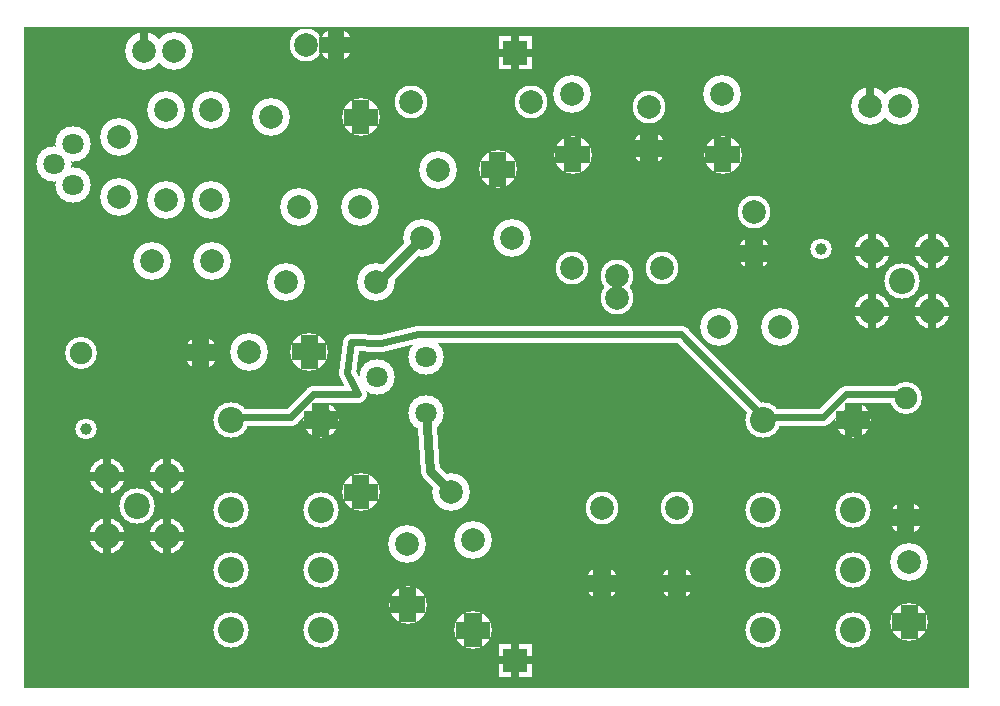
<source format=gbr>
%FSLAX34Y34*%
%MOMM*%
%LNCOPPER_TOP*%
G71*
G01*
%ADD10C,3.200*%
%ADD11C,3.000*%
%ADD12C,3.000*%
%ADD13C,2.800*%
%ADD14C,1.600*%
%ADD15C,2.800*%
%ADD16C,3.200*%
%ADD17C,2.700*%
%ADD18C,1.400*%
%ADD19C,1.800*%
%ADD20C,0.667*%
%ADD21C,0.813*%
%ADD22C,0.733*%
%ADD23C,1.453*%
%ADD24C,1.467*%
%ADD25C,2.230*%
%ADD26C,1.447*%
%ADD27C,1.360*%
%ADD28C,2.000*%
%ADD29C,1.800*%
%ADD30C,2.200*%
%ADD31C,0.800*%
%ADD32C,2.000*%
%ADD33C,3.000*%
%ADD34C,1.900*%
%ADD35C,0.600*%
%ADD36C,1.000*%
%LPD*%
G36*
X-540360Y204700D02*
X259640Y204700D01*
X259640Y-355300D01*
X-540360Y-355300D01*
X-540360Y204700D01*
G37*
%LPC*%
X-255134Y127889D02*
G54D10*
D03*
X-331384Y127939D02*
G54D10*
D03*
X-381000Y6350D02*
G54D10*
D03*
X-431980Y6238D02*
G54D10*
D03*
X99496Y-49930D02*
G54D10*
D03*
X48516Y-50043D02*
G54D10*
D03*
X176375Y137425D02*
G54D10*
D03*
X201875Y137425D02*
G54D10*
D03*
X-200000Y-74700D02*
G54D11*
D03*
X-241300Y-92275D02*
G54D11*
D03*
X-199965Y-122591D02*
G54D11*
D03*
X-469900Y-176200D02*
G54D12*
D03*
X-419100Y-176200D02*
G54D12*
D03*
X-444500Y-201600D02*
G54D12*
D03*
X-419100Y-227000D02*
G54D12*
D03*
X-469900Y-227000D02*
G54D12*
D03*
X-256103Y51669D02*
G54D10*
D03*
X-307084Y51557D02*
G54D10*
D03*
X-242434Y-11811D02*
G54D10*
D03*
X-318684Y-11761D02*
G54D10*
D03*
X-178934Y-189611D02*
G54D10*
D03*
X-255184Y-189561D02*
G54D10*
D03*
X-215564Y-233725D02*
G54D10*
D03*
X-215452Y-284706D02*
G54D10*
D03*
X-159972Y-306526D02*
G54D10*
D03*
X-159921Y-230276D02*
G54D10*
D03*
X51136Y147275D02*
G54D10*
D03*
X51248Y96294D02*
G54D10*
D03*
X-75864Y147275D02*
G54D10*
D03*
X-75752Y96294D02*
G54D10*
D03*
X-76200Y0D02*
G54D13*
D03*
X0Y0D02*
G54D13*
D03*
X-38100Y-25400D02*
G54D13*
D03*
X-11044Y101506D02*
G54D13*
D03*
X-11044Y136606D02*
G54D13*
D03*
X-50800Y-203200D02*
G54D13*
D03*
X12700Y-203200D02*
G54D13*
D03*
X12700Y-266700D02*
G54D13*
D03*
X-50800Y-266700D02*
G54D13*
D03*
X-126950Y25350D02*
G54D10*
D03*
X-203200Y25400D02*
G54D10*
D03*
G54D14*
X-178934Y-189611D02*
X-177800Y-190500D01*
X-196850Y-171450D01*
X-199965Y-122591D01*
X-255134Y127889D02*
G54D15*
D03*
X-215452Y-284706D02*
G54D15*
D03*
X-159972Y-306526D02*
G54D15*
D03*
X-288900Y-128551D02*
G54D15*
D03*
X-50800Y-266700D02*
G54D15*
D03*
X12700Y-266700D02*
G54D15*
D03*
G36*
X-138427Y196398D02*
X-110427Y196398D01*
X-110427Y168398D01*
X-138427Y168398D01*
X-138427Y196398D01*
G37*
X-511150Y-328700D02*
G54D16*
D03*
X-511150Y185650D02*
G54D16*
D03*
X238150Y185650D02*
G54D16*
D03*
X238150Y-328700D02*
G54D16*
D03*
X-111100Y141200D02*
G54D13*
D03*
X-212700Y141200D02*
G54D13*
D03*
X-139046Y83723D02*
G54D10*
D03*
X-190027Y83611D02*
G54D10*
D03*
X77856Y12606D02*
G54D13*
D03*
X77856Y47706D02*
G54D13*
D03*
X-365100Y-128551D02*
G54D12*
D03*
X-288900Y-128551D02*
G54D12*
D03*
X-365100Y-204751D02*
G54D12*
D03*
X-365100Y-255551D02*
G54D12*
D03*
X-365100Y-306351D02*
G54D12*
D03*
X-288900Y-204751D02*
G54D12*
D03*
X-288900Y-255551D02*
G54D12*
D03*
X-288900Y-306351D02*
G54D12*
D03*
X-390500Y-71400D02*
G54D17*
D03*
X-492100Y-71400D02*
G54D17*
D03*
X-298590Y-70575D02*
G54D10*
D03*
X-349570Y-70687D02*
G54D10*
D03*
X-390500Y-71400D02*
G54D13*
D03*
X-390500Y-71400D02*
G54D15*
D03*
X-298590Y-70575D02*
G54D15*
D03*
X177800Y14300D02*
G54D12*
D03*
X228600Y14300D02*
G54D12*
D03*
X203200Y-11100D02*
G54D12*
D03*
X228600Y-36500D02*
G54D12*
D03*
X177800Y-36500D02*
G54D12*
D03*
X85750Y-128551D02*
G54D12*
D03*
X161950Y-128551D02*
G54D12*
D03*
X85750Y-204751D02*
G54D12*
D03*
X85750Y-255551D02*
G54D12*
D03*
X85750Y-306351D02*
G54D12*
D03*
X161950Y-204751D02*
G54D12*
D03*
X161950Y-255551D02*
G54D12*
D03*
X161950Y-306351D02*
G54D12*
D03*
X206400Y-211100D02*
G54D17*
D03*
X206400Y-109500D02*
G54D17*
D03*
X209358Y-299493D02*
G54D10*
D03*
X209246Y-248512D02*
G54D10*
D03*
X-438941Y184372D02*
G54D10*
D03*
X-413441Y184372D02*
G54D10*
D03*
X206400Y-211100D02*
G54D15*
D03*
X209358Y-299493D02*
G54D15*
D03*
X51248Y96294D02*
G54D15*
D03*
X-11044Y101506D02*
G54D15*
D03*
X-75752Y96294D02*
G54D15*
D03*
X-139046Y83723D02*
G54D15*
D03*
X77856Y12606D02*
G54D15*
D03*
X-255184Y-189561D02*
G54D15*
D03*
X161950Y-128551D02*
G54D15*
D03*
G54D18*
X85750Y-128551D02*
X85750Y-125500D01*
X15900Y-55650D01*
X-206350Y-55650D01*
X-238100Y-63200D01*
X-263500Y-62000D01*
X-266700Y-88900D01*
X-257150Y-106450D01*
X-295250Y-106450D01*
X-314300Y-125500D01*
X-365100Y-125500D01*
X-365100Y-128551D01*
G54D18*
X206400Y-109500D02*
X206400Y-106450D01*
X155600Y-106450D01*
X136550Y-125500D01*
X85750Y-125500D01*
X85750Y-128551D01*
X-499041Y105521D02*
G54D11*
D03*
X-514941Y87946D02*
G54D11*
D03*
X-499006Y70330D02*
G54D11*
D03*
X-459655Y60456D02*
G54D10*
D03*
X-459767Y111437D02*
G54D10*
D03*
X-420308Y58048D02*
G54D10*
D03*
X-420258Y134298D02*
G54D10*
D03*
X-382208Y58048D02*
G54D10*
D03*
X-382158Y134298D02*
G54D10*
D03*
X-301600Y188949D02*
G54D13*
D03*
X-276200Y188949D02*
G54D13*
D03*
G36*
X-138427Y-317952D02*
X-110427Y-317952D01*
X-110427Y-345952D01*
X-138427Y-345952D01*
X-138427Y-317952D01*
G37*
X-38100Y-6350D02*
G54D13*
D03*
X134740Y16100D02*
G54D19*
D03*
G54D14*
X-203200Y25400D02*
X-241300Y-12700D01*
X-242434Y-11811D01*
X-487560Y-136300D02*
G54D19*
D03*
%LPD*%
G54D20*
G36*
X173042Y137425D02*
X173042Y153925D01*
X179708Y153925D01*
X179708Y137425D01*
X173042Y137425D01*
G37*
G54D21*
G54D22*
G36*
X-473567Y-176200D02*
X-473567Y-160700D01*
X-466233Y-160700D01*
X-466233Y-176200D01*
X-473567Y-176200D01*
G37*
G36*
X-469900Y-172533D02*
X-454400Y-172533D01*
X-454400Y-179867D01*
X-469900Y-179867D01*
X-469900Y-172533D01*
G37*
G36*
X-466233Y-176200D02*
X-466233Y-191700D01*
X-473567Y-191700D01*
X-473567Y-176200D01*
X-466233Y-176200D01*
G37*
G36*
X-469900Y-179867D02*
X-485400Y-179867D01*
X-485400Y-172533D01*
X-469900Y-172533D01*
X-469900Y-179867D01*
G37*
G54D22*
G36*
X-422767Y-176200D02*
X-422767Y-160700D01*
X-415433Y-160700D01*
X-415433Y-176200D01*
X-422767Y-176200D01*
G37*
G36*
X-419100Y-172533D02*
X-403600Y-172533D01*
X-403600Y-179867D01*
X-419100Y-179867D01*
X-419100Y-172533D01*
G37*
G36*
X-415433Y-176200D02*
X-415433Y-191700D01*
X-422767Y-191700D01*
X-422767Y-176200D01*
X-415433Y-176200D01*
G37*
G36*
X-419100Y-179867D02*
X-434600Y-179867D01*
X-434600Y-172533D01*
X-419100Y-172533D01*
X-419100Y-179867D01*
G37*
G54D22*
G36*
X-422767Y-227000D02*
X-422767Y-211500D01*
X-415433Y-211500D01*
X-415433Y-227000D01*
X-422767Y-227000D01*
G37*
G36*
X-419100Y-223333D02*
X-403600Y-223333D01*
X-403600Y-230667D01*
X-419100Y-230667D01*
X-419100Y-223333D01*
G37*
G36*
X-415433Y-227000D02*
X-415433Y-242500D01*
X-422767Y-242500D01*
X-422767Y-227000D01*
X-415433Y-227000D01*
G37*
G36*
X-419100Y-230667D02*
X-434600Y-230667D01*
X-434600Y-223333D01*
X-419100Y-223333D01*
X-419100Y-230667D01*
G37*
G54D22*
G36*
X-473567Y-227000D02*
X-473567Y-211500D01*
X-466233Y-211500D01*
X-466233Y-227000D01*
X-473567Y-227000D01*
G37*
G36*
X-469900Y-223333D02*
X-454400Y-223333D01*
X-454400Y-230667D01*
X-469900Y-230667D01*
X-469900Y-223333D01*
G37*
G36*
X-466233Y-227000D02*
X-466233Y-242500D01*
X-473567Y-242500D01*
X-473567Y-227000D01*
X-466233Y-227000D01*
G37*
G36*
X-469900Y-230667D02*
X-485400Y-230667D01*
X-485400Y-223333D01*
X-469900Y-223333D01*
X-469900Y-230667D01*
G37*
G54D23*
G36*
X-262401Y127889D02*
X-262401Y142389D01*
X-247867Y142389D01*
X-247867Y127889D01*
X-262401Y127889D01*
G37*
G36*
X-255134Y135156D02*
X-240634Y135156D01*
X-240634Y120622D01*
X-255134Y120622D01*
X-255134Y135156D01*
G37*
G36*
X-247867Y127889D02*
X-247867Y113389D01*
X-262401Y113389D01*
X-262401Y127889D01*
X-247867Y127889D01*
G37*
G36*
X-255134Y120622D02*
X-269634Y120622D01*
X-269634Y135156D01*
X-255134Y135156D01*
X-255134Y120622D01*
G37*
G54D24*
G36*
X-222785Y-284706D02*
X-222785Y-270206D01*
X-208119Y-270206D01*
X-208119Y-284706D01*
X-222785Y-284706D01*
G37*
G36*
X-215452Y-277373D02*
X-200952Y-277373D01*
X-200952Y-292039D01*
X-215452Y-292039D01*
X-215452Y-277373D01*
G37*
G36*
X-208119Y-284706D02*
X-208119Y-299206D01*
X-222785Y-299206D01*
X-222785Y-284706D01*
X-208119Y-284706D01*
G37*
G36*
X-215452Y-292039D02*
X-229952Y-292039D01*
X-229952Y-277373D01*
X-215452Y-277373D01*
X-215452Y-292039D01*
G37*
G54D24*
G36*
X-167305Y-306526D02*
X-167305Y-292026D01*
X-152638Y-292026D01*
X-152638Y-306526D01*
X-167305Y-306526D01*
G37*
G36*
X-159972Y-299193D02*
X-145472Y-299193D01*
X-145472Y-313859D01*
X-159972Y-313859D01*
X-159972Y-299193D01*
G37*
G36*
X-152638Y-306526D02*
X-152638Y-321026D01*
X-167305Y-321026D01*
X-167305Y-306526D01*
X-152638Y-306526D01*
G37*
G36*
X-159972Y-313859D02*
X-174472Y-313859D01*
X-174472Y-299193D01*
X-159972Y-299193D01*
X-159972Y-313859D01*
G37*
G54D24*
G36*
X-296234Y-128551D02*
X-296234Y-114051D01*
X-281567Y-114051D01*
X-281567Y-128551D01*
X-296234Y-128551D01*
G37*
G36*
X-288900Y-121218D02*
X-274400Y-121218D01*
X-274400Y-135884D01*
X-288900Y-135884D01*
X-288900Y-121218D01*
G37*
G36*
X-281567Y-128551D02*
X-281567Y-143051D01*
X-296234Y-143051D01*
X-296234Y-128551D01*
X-281567Y-128551D01*
G37*
G36*
X-288900Y-135884D02*
X-303400Y-135884D01*
X-303400Y-121218D01*
X-288900Y-121218D01*
X-288900Y-135884D01*
G37*
G54D24*
G36*
X-58133Y-266700D02*
X-58133Y-252200D01*
X-43467Y-252200D01*
X-43467Y-266700D01*
X-58133Y-266700D01*
G37*
G36*
X-50800Y-259367D02*
X-36300Y-259367D01*
X-36300Y-274033D01*
X-50800Y-274033D01*
X-50800Y-259367D01*
G37*
G36*
X-43467Y-266700D02*
X-43467Y-281200D01*
X-58133Y-281200D01*
X-58133Y-266700D01*
X-43467Y-266700D01*
G37*
G36*
X-50800Y-274033D02*
X-65300Y-274033D01*
X-65300Y-259367D01*
X-50800Y-259367D01*
X-50800Y-274033D01*
G37*
G54D24*
G36*
X5367Y-266700D02*
X5367Y-252200D01*
X20033Y-252200D01*
X20033Y-266700D01*
X5367Y-266700D01*
G37*
G36*
X12700Y-259367D02*
X27200Y-259367D01*
X27200Y-274033D01*
X12700Y-274033D01*
X12700Y-259367D01*
G37*
G36*
X20033Y-266700D02*
X20033Y-281200D01*
X5367Y-281200D01*
X5367Y-266700D01*
X20033Y-266700D01*
G37*
G36*
X12700Y-274033D02*
X-1800Y-274033D01*
X-1800Y-259367D01*
X12700Y-259367D01*
X12700Y-274033D01*
G37*
G54D20*
G36*
X-127760Y182398D02*
X-127760Y196898D01*
X-121094Y196898D01*
X-121094Y182398D01*
X-127760Y182398D01*
G37*
G36*
X-124427Y185731D02*
X-109927Y185731D01*
X-109927Y179065D01*
X-124427Y179065D01*
X-124427Y185731D01*
G37*
G36*
X-121094Y182398D02*
X-121094Y167898D01*
X-127760Y167898D01*
X-127760Y182398D01*
X-121094Y182398D01*
G37*
G36*
X-124427Y179065D02*
X-138927Y179065D01*
X-138927Y185731D01*
X-124427Y185731D01*
X-124427Y179065D01*
G37*
G54D25*
G36*
X-511150Y-317550D02*
X-494650Y-317550D01*
X-494650Y-339850D01*
X-511150Y-339850D01*
X-511150Y-317550D01*
G37*
G36*
X-500000Y-328700D02*
X-500000Y-345200D01*
X-522300Y-345200D01*
X-522300Y-328700D01*
X-500000Y-328700D01*
G37*
G36*
X-511150Y-339850D02*
X-527650Y-339850D01*
X-527650Y-317550D01*
X-511150Y-317550D01*
X-511150Y-339850D01*
G37*
G36*
X-522300Y-328700D02*
X-522300Y-312200D01*
X-500000Y-312200D01*
X-500000Y-328700D01*
X-522300Y-328700D01*
G37*
G54D25*
G36*
X-511150Y196800D02*
X-494650Y196800D01*
X-494650Y174500D01*
X-511150Y174500D01*
X-511150Y196800D01*
G37*
G36*
X-500000Y185650D02*
X-500000Y169150D01*
X-522300Y169150D01*
X-522300Y185650D01*
X-500000Y185650D01*
G37*
G36*
X-511150Y174500D02*
X-527650Y174500D01*
X-527650Y196800D01*
X-511150Y196800D01*
X-511150Y174500D01*
G37*
G36*
X-522300Y185650D02*
X-522300Y202150D01*
X-500000Y202150D01*
X-500000Y185650D01*
X-522300Y185650D01*
G37*
G54D25*
G36*
X238150Y196800D02*
X254650Y196800D01*
X254650Y174500D01*
X238150Y174500D01*
X238150Y196800D01*
G37*
G36*
X249300Y185650D02*
X249300Y169150D01*
X227000Y169150D01*
X227000Y185650D01*
X249300Y185650D01*
G37*
G36*
X238150Y174500D02*
X221650Y174500D01*
X221650Y196800D01*
X238150Y196800D01*
X238150Y174500D01*
G37*
G36*
X227000Y185650D02*
X227000Y202150D01*
X249300Y202150D01*
X249300Y185650D01*
X227000Y185650D01*
G37*
G54D25*
G36*
X238150Y-317550D02*
X254650Y-317550D01*
X254650Y-339850D01*
X238150Y-339850D01*
X238150Y-317550D01*
G37*
G36*
X249300Y-328700D02*
X249300Y-345200D01*
X227000Y-345200D01*
X227000Y-328700D01*
X249300Y-328700D01*
G37*
G36*
X238150Y-339850D02*
X221650Y-339850D01*
X221650Y-317550D01*
X238150Y-317550D01*
X238150Y-339850D01*
G37*
G36*
X227000Y-328700D02*
X227000Y-312200D01*
X249300Y-312200D01*
X249300Y-328700D01*
X227000Y-328700D01*
G37*
G54D26*
G36*
X-397733Y-71400D02*
X-397733Y-56900D01*
X-383267Y-56900D01*
X-383267Y-71400D01*
X-397733Y-71400D01*
G37*
G36*
X-390500Y-64167D02*
X-376000Y-64167D01*
X-376000Y-78633D01*
X-390500Y-78633D01*
X-390500Y-64167D01*
G37*
G36*
X-383267Y-71400D02*
X-383267Y-85900D01*
X-397733Y-85900D01*
X-397733Y-71400D01*
X-383267Y-71400D01*
G37*
G36*
X-390500Y-78633D02*
X-405000Y-78633D01*
X-405000Y-64167D01*
X-390500Y-64167D01*
X-390500Y-78633D01*
G37*
G54D26*
G36*
X-305823Y-70575D02*
X-305823Y-56075D01*
X-291357Y-56075D01*
X-291357Y-70575D01*
X-305823Y-70575D01*
G37*
G36*
X-298590Y-63341D02*
X-284090Y-63341D01*
X-284090Y-77808D01*
X-298590Y-77808D01*
X-298590Y-63341D01*
G37*
G36*
X-291357Y-70575D02*
X-291357Y-85075D01*
X-305823Y-85075D01*
X-305823Y-70575D01*
X-291357Y-70575D01*
G37*
G36*
X-298590Y-77808D02*
X-313090Y-77808D01*
X-313090Y-63341D01*
X-298590Y-63341D01*
X-298590Y-77808D01*
G37*
G54D22*
G36*
X174133Y14300D02*
X174133Y29800D01*
X181467Y29800D01*
X181467Y14300D01*
X174133Y14300D01*
G37*
G36*
X177800Y17967D02*
X193300Y17967D01*
X193300Y10633D01*
X177800Y10633D01*
X177800Y17967D01*
G37*
G36*
X181467Y14300D02*
X181467Y-1200D01*
X174133Y-1200D01*
X174133Y14300D01*
X181467Y14300D01*
G37*
G36*
X177800Y10633D02*
X162300Y10633D01*
X162300Y17967D01*
X177800Y17967D01*
X177800Y10633D01*
G37*
G54D22*
G36*
X224933Y14300D02*
X224933Y29800D01*
X232267Y29800D01*
X232267Y14300D01*
X224933Y14300D01*
G37*
G36*
X228600Y17967D02*
X244100Y17967D01*
X244100Y10633D01*
X228600Y10633D01*
X228600Y17967D01*
G37*
G36*
X232267Y14300D02*
X232267Y-1200D01*
X224933Y-1200D01*
X224933Y14300D01*
X232267Y14300D01*
G37*
G36*
X228600Y10633D02*
X213100Y10633D01*
X213100Y17967D01*
X228600Y17967D01*
X228600Y10633D01*
G37*
G54D22*
G36*
X224933Y-36500D02*
X224933Y-21000D01*
X232267Y-21000D01*
X232267Y-36500D01*
X224933Y-36500D01*
G37*
G36*
X228600Y-32833D02*
X244100Y-32833D01*
X244100Y-40167D01*
X228600Y-40167D01*
X228600Y-32833D01*
G37*
G36*
X232267Y-36500D02*
X232267Y-52000D01*
X224933Y-52000D01*
X224933Y-36500D01*
X232267Y-36500D01*
G37*
G36*
X228600Y-40167D02*
X213100Y-40167D01*
X213100Y-32833D01*
X228600Y-32833D01*
X228600Y-40167D01*
G37*
G54D22*
G36*
X174133Y-36500D02*
X174133Y-21000D01*
X181467Y-21000D01*
X181467Y-36500D01*
X174133Y-36500D01*
G37*
G36*
X177800Y-32833D02*
X193300Y-32833D01*
X193300Y-40167D01*
X177800Y-40167D01*
X177800Y-32833D01*
G37*
G36*
X181467Y-36500D02*
X181467Y-52000D01*
X174133Y-52000D01*
X174133Y-36500D01*
X181467Y-36500D01*
G37*
G36*
X177800Y-40167D02*
X162300Y-40167D01*
X162300Y-32833D01*
X177800Y-32833D01*
X177800Y-40167D01*
G37*
G54D20*
G36*
X-442274Y184372D02*
X-442274Y200872D01*
X-435608Y200872D01*
X-435608Y184372D01*
X-442274Y184372D01*
G37*
G54D21*
G54D24*
G36*
X199067Y-211100D02*
X199067Y-196600D01*
X213733Y-196600D01*
X213733Y-211100D01*
X199067Y-211100D01*
G37*
G36*
X206400Y-203767D02*
X220900Y-203767D01*
X220900Y-218433D01*
X206400Y-218433D01*
X206400Y-203767D01*
G37*
G36*
X213733Y-211100D02*
X213733Y-225600D01*
X199067Y-225600D01*
X199067Y-211100D01*
X213733Y-211100D01*
G37*
G36*
X206400Y-218433D02*
X191900Y-218433D01*
X191900Y-203767D01*
X206400Y-203767D01*
X206400Y-218433D01*
G37*
G54D24*
G36*
X202025Y-299493D02*
X202025Y-284993D01*
X216692Y-284993D01*
X216692Y-299493D01*
X202025Y-299493D01*
G37*
G36*
X209358Y-292160D02*
X223858Y-292160D01*
X223858Y-306826D01*
X209358Y-306826D01*
X209358Y-292160D01*
G37*
G36*
X216692Y-299493D02*
X216692Y-313993D01*
X202025Y-313993D01*
X202025Y-299493D01*
X216692Y-299493D01*
G37*
G36*
X209358Y-306826D02*
X194858Y-306826D01*
X194858Y-292160D01*
X209358Y-292160D01*
X209358Y-306826D01*
G37*
G54D24*
G36*
X43915Y96294D02*
X43915Y110794D01*
X58581Y110794D01*
X58581Y96294D01*
X43915Y96294D01*
G37*
G36*
X51248Y103627D02*
X65748Y103627D01*
X65748Y88961D01*
X51248Y88961D01*
X51248Y103627D01*
G37*
G36*
X58581Y96294D02*
X58581Y81794D01*
X43915Y81794D01*
X43915Y96294D01*
X58581Y96294D01*
G37*
G36*
X51248Y88961D02*
X36748Y88961D01*
X36748Y103627D01*
X51248Y103627D01*
X51248Y88961D01*
G37*
G54D24*
G36*
X-18377Y101506D02*
X-18377Y116006D01*
X-3711Y116006D01*
X-3711Y101506D01*
X-18377Y101506D01*
G37*
G36*
X-11044Y108839D02*
X3456Y108839D01*
X3456Y94173D01*
X-11044Y94173D01*
X-11044Y108839D01*
G37*
G36*
X-3711Y101506D02*
X-3711Y87006D01*
X-18377Y87006D01*
X-18377Y101506D01*
X-3711Y101506D01*
G37*
G36*
X-11044Y94173D02*
X-25544Y94173D01*
X-25544Y108839D01*
X-11044Y108839D01*
X-11044Y94173D01*
G37*
G54D24*
G36*
X-83085Y96294D02*
X-83085Y110794D01*
X-68419Y110794D01*
X-68419Y96294D01*
X-83085Y96294D01*
G37*
G36*
X-75752Y103627D02*
X-61252Y103627D01*
X-61252Y88961D01*
X-75752Y88961D01*
X-75752Y103627D01*
G37*
G36*
X-68419Y96294D02*
X-68419Y81794D01*
X-83085Y81794D01*
X-83085Y96294D01*
X-68419Y96294D01*
G37*
G36*
X-75752Y88961D02*
X-90252Y88961D01*
X-90252Y103627D01*
X-75752Y103627D01*
X-75752Y88961D01*
G37*
G54D24*
G36*
X-146380Y83723D02*
X-146380Y98223D01*
X-131713Y98223D01*
X-131713Y83723D01*
X-146380Y83723D01*
G37*
G36*
X-139046Y91056D02*
X-124546Y91056D01*
X-124546Y76390D01*
X-139046Y76390D01*
X-139046Y91056D01*
G37*
G36*
X-131713Y83723D02*
X-131713Y69223D01*
X-146380Y69223D01*
X-146380Y83723D01*
X-131713Y83723D01*
G37*
G36*
X-139046Y76390D02*
X-153546Y76390D01*
X-153546Y91056D01*
X-139046Y91056D01*
X-139046Y76390D01*
G37*
G54D24*
G36*
X70523Y12606D02*
X70523Y27106D01*
X85189Y27106D01*
X85189Y12606D01*
X70523Y12606D01*
G37*
G36*
X77856Y19939D02*
X92356Y19939D01*
X92356Y5273D01*
X77856Y5273D01*
X77856Y19939D01*
G37*
G36*
X85189Y12606D02*
X85189Y-1894D01*
X70523Y-1894D01*
X70523Y12606D01*
X85189Y12606D01*
G37*
G36*
X77856Y5273D02*
X63356Y5273D01*
X63356Y19939D01*
X77856Y19939D01*
X77856Y5273D01*
G37*
G54D24*
G36*
X-262517Y-189561D02*
X-262517Y-175061D01*
X-247850Y-175061D01*
X-247850Y-189561D01*
X-262517Y-189561D01*
G37*
G36*
X-255184Y-182228D02*
X-240684Y-182228D01*
X-240684Y-196894D01*
X-255184Y-196894D01*
X-255184Y-182228D01*
G37*
G36*
X-247850Y-189561D02*
X-247850Y-204061D01*
X-262517Y-204061D01*
X-262517Y-189561D01*
X-247850Y-189561D01*
G37*
G36*
X-255184Y-196894D02*
X-269684Y-196894D01*
X-269684Y-182228D01*
X-255184Y-182228D01*
X-255184Y-196894D01*
G37*
G54D24*
G36*
X154616Y-128551D02*
X154616Y-114051D01*
X169283Y-114051D01*
X169283Y-128551D01*
X154616Y-128551D01*
G37*
G36*
X161950Y-121218D02*
X176450Y-121218D01*
X176450Y-135884D01*
X161950Y-135884D01*
X161950Y-121218D01*
G37*
G36*
X169283Y-128551D02*
X169283Y-143051D01*
X154616Y-143051D01*
X154616Y-128551D01*
X169283Y-128551D01*
G37*
G36*
X161950Y-135884D02*
X147450Y-135884D01*
X147450Y-121218D01*
X161950Y-121218D01*
X161950Y-135884D01*
G37*
G54D27*
G36*
X-283000Y188949D02*
X-283000Y203449D01*
X-269400Y203449D01*
X-269400Y188949D01*
X-283000Y188949D01*
G37*
G36*
X-276200Y195749D02*
X-261700Y195749D01*
X-261700Y182149D01*
X-276200Y182149D01*
X-276200Y195749D01*
G37*
G36*
X-269400Y188949D02*
X-269400Y174449D01*
X-283000Y174449D01*
X-283000Y188949D01*
X-269400Y188949D01*
G37*
G36*
X-276200Y182149D02*
X-290700Y182149D01*
X-290700Y195749D01*
X-276200Y195749D01*
X-276200Y182149D01*
G37*
G54D20*
G36*
X-127760Y-331952D02*
X-127760Y-317452D01*
X-121094Y-317452D01*
X-121094Y-331952D01*
X-127760Y-331952D01*
G37*
G36*
X-124427Y-328619D02*
X-109927Y-328619D01*
X-109927Y-335285D01*
X-124427Y-335285D01*
X-124427Y-328619D01*
G37*
G36*
X-121094Y-331952D02*
X-121094Y-346452D01*
X-127760Y-346452D01*
X-127760Y-331952D01*
X-121094Y-331952D01*
G37*
G36*
X-124427Y-335285D02*
X-138927Y-335285D01*
X-138927Y-328619D01*
X-124427Y-328619D01*
X-124427Y-335285D01*
G37*
X-255134Y127889D02*
G54D28*
D03*
X-331384Y127939D02*
G54D28*
D03*
X-381000Y6350D02*
G54D28*
D03*
X-431980Y6238D02*
G54D28*
D03*
X99496Y-49930D02*
G54D28*
D03*
X48516Y-50043D02*
G54D28*
D03*
X176375Y137425D02*
G54D28*
D03*
X201875Y137425D02*
G54D28*
D03*
X-200000Y-74700D02*
G54D29*
D03*
X-241300Y-92275D02*
G54D29*
D03*
X-199965Y-122591D02*
G54D29*
D03*
X-469900Y-176200D02*
G54D30*
D03*
X-419100Y-176200D02*
G54D30*
D03*
X-444500Y-201600D02*
G54D30*
D03*
X-419100Y-227000D02*
G54D30*
D03*
X-469900Y-227000D02*
G54D30*
D03*
X-256103Y51669D02*
G54D28*
D03*
X-307084Y51557D02*
G54D28*
D03*
X-242434Y-11811D02*
G54D28*
D03*
X-318684Y-11761D02*
G54D28*
D03*
X-178934Y-189611D02*
G54D28*
D03*
X-255184Y-189561D02*
G54D28*
D03*
X-215564Y-233725D02*
G54D28*
D03*
X-215452Y-284706D02*
G54D28*
D03*
X-159972Y-306526D02*
G54D28*
D03*
X-159921Y-230276D02*
G54D28*
D03*
X51136Y147275D02*
G54D28*
D03*
X51248Y96294D02*
G54D28*
D03*
X-75864Y147275D02*
G54D28*
D03*
X-75752Y96294D02*
G54D28*
D03*
X-76200Y0D02*
G54D28*
D03*
X0Y0D02*
G54D28*
D03*
X-38100Y-25400D02*
G54D28*
D03*
X-11044Y101506D02*
G54D28*
D03*
X-11044Y136606D02*
G54D28*
D03*
X-50800Y-203200D02*
G54D28*
D03*
X12700Y-203200D02*
G54D28*
D03*
X12700Y-266700D02*
G54D28*
D03*
X-50800Y-266700D02*
G54D28*
D03*
X-126950Y25350D02*
G54D28*
D03*
X-203200Y25400D02*
G54D28*
D03*
G54D31*
X-178934Y-189611D02*
X-177800Y-190500D01*
X-196850Y-171450D01*
X-199965Y-122591D01*
X-255134Y127889D02*
G54D32*
D03*
X-215452Y-284706D02*
G54D32*
D03*
X-159972Y-306526D02*
G54D32*
D03*
X-288900Y-128551D02*
G54D32*
D03*
X-50800Y-266700D02*
G54D32*
D03*
X12700Y-266700D02*
G54D32*
D03*
G36*
X-134427Y192398D02*
X-114427Y192398D01*
X-114427Y172398D01*
X-134427Y172398D01*
X-134427Y192398D01*
G37*
X-511150Y-328700D02*
G54D33*
D03*
X-511150Y185650D02*
G54D33*
D03*
X238150Y185650D02*
G54D33*
D03*
X238150Y-328700D02*
G54D33*
D03*
X-111100Y141200D02*
G54D28*
D03*
X-212700Y141200D02*
G54D28*
D03*
X-139046Y83723D02*
G54D28*
D03*
X-190027Y83611D02*
G54D28*
D03*
X77856Y12606D02*
G54D28*
D03*
X77856Y47706D02*
G54D28*
D03*
X-365100Y-128551D02*
G54D30*
D03*
X-288900Y-128551D02*
G54D30*
D03*
X-365100Y-204751D02*
G54D30*
D03*
X-365100Y-255551D02*
G54D30*
D03*
X-365100Y-306351D02*
G54D30*
D03*
X-288900Y-204751D02*
G54D30*
D03*
X-288900Y-255551D02*
G54D30*
D03*
X-288900Y-306351D02*
G54D30*
D03*
X-390500Y-71400D02*
G54D34*
D03*
X-492100Y-71400D02*
G54D34*
D03*
X-298590Y-70575D02*
G54D28*
D03*
X-349570Y-70687D02*
G54D28*
D03*
X-390500Y-71400D02*
G54D28*
D03*
X-390500Y-71400D02*
G54D32*
D03*
X-298590Y-70575D02*
G54D32*
D03*
X177800Y14300D02*
G54D30*
D03*
X228600Y14300D02*
G54D30*
D03*
X203200Y-11100D02*
G54D30*
D03*
X228600Y-36500D02*
G54D30*
D03*
X177800Y-36500D02*
G54D30*
D03*
X85750Y-128551D02*
G54D30*
D03*
X161950Y-128551D02*
G54D30*
D03*
X85750Y-204751D02*
G54D30*
D03*
X85750Y-255551D02*
G54D30*
D03*
X85750Y-306351D02*
G54D30*
D03*
X161950Y-204751D02*
G54D30*
D03*
X161950Y-255551D02*
G54D30*
D03*
X161950Y-306351D02*
G54D30*
D03*
X206400Y-211100D02*
G54D34*
D03*
X206400Y-109500D02*
G54D34*
D03*
X209358Y-299493D02*
G54D28*
D03*
X209246Y-248512D02*
G54D28*
D03*
X-438941Y184372D02*
G54D28*
D03*
X-413441Y184372D02*
G54D28*
D03*
X206400Y-211100D02*
G54D32*
D03*
X209358Y-299493D02*
G54D32*
D03*
X51248Y96294D02*
G54D32*
D03*
X-11044Y101506D02*
G54D32*
D03*
X-75752Y96294D02*
G54D32*
D03*
X-139046Y83723D02*
G54D32*
D03*
X77856Y12606D02*
G54D32*
D03*
X-255184Y-189561D02*
G54D32*
D03*
X161950Y-128551D02*
G54D32*
D03*
G54D35*
X85750Y-128551D02*
X85750Y-125500D01*
X15900Y-55650D01*
X-206350Y-55650D01*
X-238100Y-63200D01*
X-263500Y-62000D01*
X-266700Y-88900D01*
X-257150Y-106450D01*
X-295250Y-106450D01*
X-314300Y-125500D01*
X-365100Y-125500D01*
X-365100Y-128551D01*
G54D35*
X206400Y-109500D02*
X206400Y-106450D01*
X155600Y-106450D01*
X136550Y-125500D01*
X85750Y-125500D01*
X85750Y-128551D01*
X-499041Y105521D02*
G54D29*
D03*
X-514941Y87946D02*
G54D29*
D03*
X-499006Y70330D02*
G54D29*
D03*
X-459655Y60456D02*
G54D28*
D03*
X-459767Y111437D02*
G54D28*
D03*
X-420308Y58048D02*
G54D28*
D03*
X-420258Y134298D02*
G54D28*
D03*
X-382208Y58048D02*
G54D28*
D03*
X-382158Y134298D02*
G54D28*
D03*
X-301600Y188949D02*
G54D28*
D03*
X-276200Y188949D02*
G54D28*
D03*
G36*
X-134427Y-321952D02*
X-114427Y-321952D01*
X-114427Y-341952D01*
X-134427Y-341952D01*
X-134427Y-321952D01*
G37*
X-38100Y-6350D02*
G54D28*
D03*
X134740Y16100D02*
G54D36*
D03*
G54D31*
X-203200Y25400D02*
X-241300Y-12700D01*
X-242434Y-11811D01*
X-487560Y-136300D02*
G54D36*
D03*
M02*

</source>
